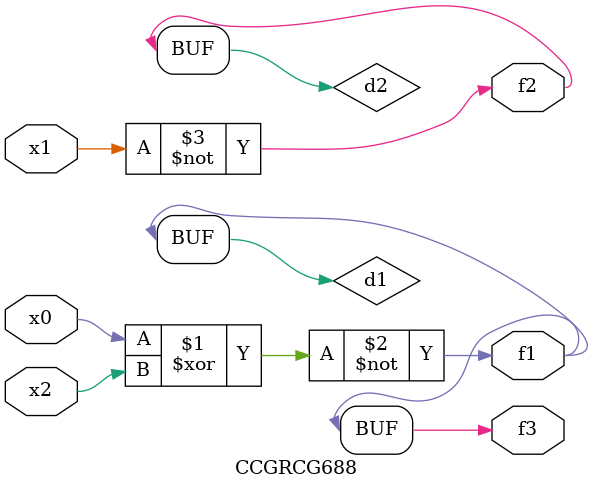
<source format=v>
module CCGRCG688(
	input x0, x1, x2,
	output f1, f2, f3
);

	wire d1, d2, d3;

	xnor (d1, x0, x2);
	nand (d2, x1);
	nor (d3, x1, x2);
	assign f1 = d1;
	assign f2 = d2;
	assign f3 = d1;
endmodule

</source>
